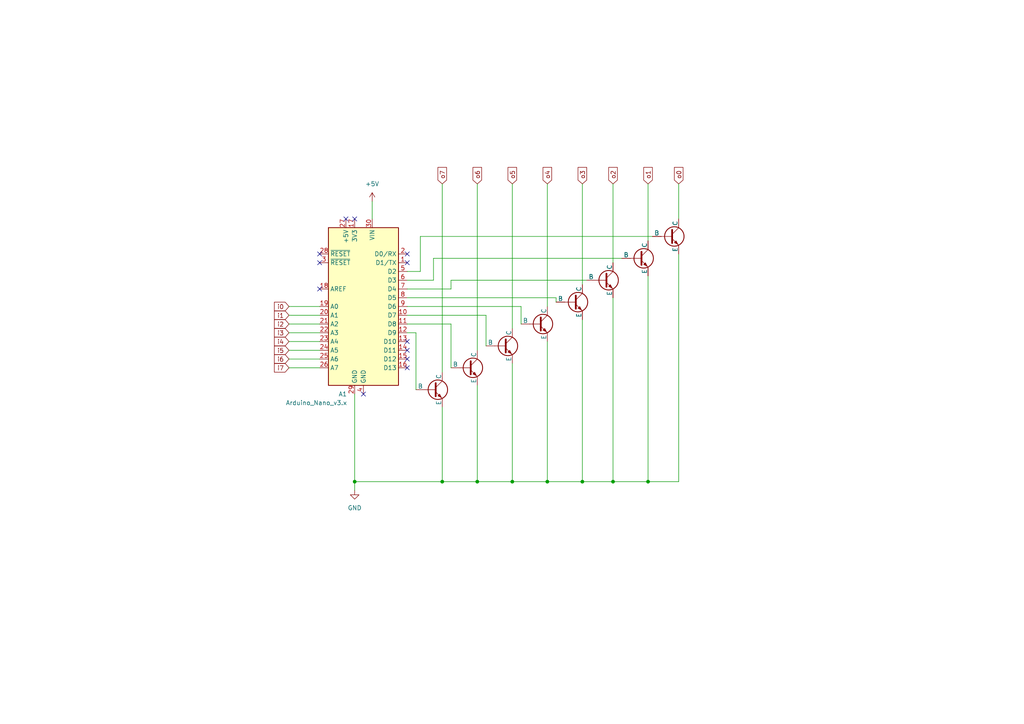
<source format=kicad_sch>
(kicad_sch (version 20231120) (generator "eeschema") (generator_version "8.0")
  (paper "A4")
  (title_block (title "Brother ML100 keyboard emulator") (date "2024-05-01") (rev "1") (comment 3 "Licensed under CC BY-SA 4.0: <https://creativecommons.org/licenses/by-sa/4.0/>") (comment 4 "Copyright (C) 2024 Ethan Cheng <ethan@nijika.org>"))
  (lib_symbols
    (symbol "MCU_Module:Arduino_Nano_v3.x"
      (property "Reference" "A" (at -10.16 23.495 0))
      (property "Value" "Arduino_Nano_v3.x" (at 5.08 -24.13 0))
      (symbol "Arduino_Nano_v3.x_0_1"
        (rectangle (start -10.16 22.86) (end 10.16 -22.86) (stroke (width 0.254)) (fill (type background)))
      )
      (symbol "Arduino_Nano_v3.x_1_1"
        (pin bidirectional line (at -12.7 12.7 0) (length 2.54) (name "D1/TX") (number "1"))
        (pin bidirectional line (at -12.7 -2.54 0) (length 2.54) (name "D7") (number "10"))
        (pin bidirectional line (at -12.7 -5.08 0) (length 2.54) (name "D8") (number "11"))
        (pin bidirectional line (at -12.7 -7.62 0) (length 2.54) (name "D9") (number "12"))
        (pin bidirectional line (at -12.7 -10.16 0) (length 2.54) (name "D10") (number "13"))
        (pin bidirectional line (at -12.7 -12.7 0) (length 2.54) (name "D11") (number "14"))
        (pin bidirectional line (at -12.7 -15.24 0) (length 2.54) (name "D12") (number "15"))
        (pin bidirectional line (at -12.7 -17.78 0) (length 2.54) (name "D13") (number "16"))
        (pin power_out line (at 2.54 25.4 270) (length 2.54) (name "3V3") (number "17"))
        (pin input line (at 12.7 5.08 180) (length 2.54) (name "AREF") (number "18"))
        (pin bidirectional line (at 12.7 0 180) (length 2.54) (name "A0") (number "19"))
        (pin bidirectional line (at -12.7 15.24 0) (length 2.54) (name "D0/RX") (number "2"))
        (pin bidirectional line (at 12.7 -2.54 180) (length 2.54) (name "A1") (number "20"))
        (pin bidirectional line (at 12.7 -5.08 180) (length 2.54) (name "A2") (number "21"))
        (pin bidirectional line (at 12.7 -7.62 180) (length 2.54) (name "A3") (number "22"))
        (pin bidirectional line (at 12.7 -10.16 180) (length 2.54) (name "A4") (number "23"))
        (pin bidirectional line (at 12.7 -12.7 180) (length 2.54) (name "A5") (number "24"))
        (pin bidirectional line (at 12.7 -15.24 180) (length 2.54) (name "A6") (number "25"))
        (pin bidirectional line (at 12.7 -17.78 180) (length 2.54) (name "A7") (number "26"))
        (pin power_out line (at 5.08 25.4 270) (length 2.54) (name "+5V") (number "27"))
        (pin input line (at 12.7 15.24 180) (length 2.54) (name "~{RESET}") (number "28"))
        (pin power_in line (at 2.54 -25.4 90) (length 2.54) (name "GND") (number "29"))
        (pin input line (at 12.7 12.7 180) (length 2.54) (name "~{RESET}") (number "3"))
        (pin power_in line (at -2.54 25.4 270) (length 2.54) (name "VIN") (number "30"))
        (pin power_in line (at 0 -25.4 90) (length 2.54) (name "GND") (number "4"))
        (pin bidirectional line (at -12.7 10.16 0) (length 2.54) (name "D2") (number "5"))
        (pin bidirectional line (at -12.7 7.62 0) (length 2.54) (name "D3") (number "6"))
        (pin bidirectional line (at -12.7 5.08 0) (length 2.54) (name "D4") (number "7"))
        (pin bidirectional line (at -12.7 2.54 0) (length 2.54) (name "D5") (number "8"))
        (pin bidirectional line (at -12.7 0 0) (length 2.54) (name "D6") (number "9"))
      )
    )
    (symbol "Simulation_SPICE:NPN" (pin_numbers hide) (pin_names (offset 0))
      (property "Reference" "Q" (at -2.54 7.62 0))
      (property "Value" "NPN" (at -2.54 5.08 0))
      (symbol "NPN_0_1"
        (polyline (pts (xy -2.54 0) (xy 0.635 0)) (stroke (width 0.1524)))
        (polyline (pts (xy 0.635 0.635) (xy 2.54 2.54)))
        (polyline (pts (xy 2.794 -1.27) (xy 2.794 -1.27)) (stroke (width 0.1524)))
        (polyline (pts (xy 2.794 -1.27) (xy 2.794 -1.27)) (stroke (width 0.1524)))
        (polyline (pts (xy 0.635 -0.635) (xy 2.54 -2.54) (xy 2.54 -2.54)))
        (polyline (pts (xy 0.635 1.905) (xy 0.635 -1.905) (xy 0.635 -1.905)) (stroke (width 0.508)))
        (polyline (pts (xy 1.27 -1.778) (xy 1.778 -1.27) (xy 2.286 -2.286) (xy 1.27 -1.778) (xy 1.27 -1.778)) (fill (type outline)))
        (circle (center 1.27 0) (radius 2.8194) (stroke (width 0.254)))
      )
      (symbol "NPN_1_1"
        (pin open_collector line (at 2.54 5.08 270) (length 2.54) (name "C") (number "1"))
        (pin input line (at -5.08 0 0) (length 2.54) (name "B") (number "2"))
        (pin open_emitter line (at 2.54 -5.08 90) (length 2.54) (name "E") (number "3"))
      )
    )
    (symbol "power:+5V" (power) (pin_numbers hide) (pin_names (offset 0) hide)
      (property "Value" "+5V" (at 0 3.556 0))
      (symbol "+5V_0_1"
        (polyline (pts (xy -0.762 1.27) (xy 0 2.54)))
        (polyline (pts (xy 0 0) (xy 0 2.54)))
        (polyline (pts (xy 0 2.54) (xy 0.762 1.27)))
      )
      (symbol "+5V_1_1"
        (pin power_in line (at 0 0 90) (length 0) (name "~") (number "1"))
      )
    )
    (symbol "power:GND" (power) (pin_numbers hide) (pin_names (offset 0) hide)
      (property "Value" "GND" (at 0 -3.81 0))
      (symbol "GND_0_1"
        (polyline (pts (xy 0 0) (xy 0 -1.27) (xy 1.27 -1.27) (xy 0 -2.54) (xy -1.27 -1.27) (xy 0 -1.27)))
      )
      (symbol "GND_1_1"
        (pin power_in line (at 0 0 270) (length 0) (name "~") (number "1"))
      )
    )
  )
  (junction (at 128.27 139.7))
  (junction (at 168.91 139.7))
  (junction (at 148.59 139.7))
  (junction (at 177.8 139.7))
  (junction (at 158.75 139.7))
  (junction (at 138.43 139.7))
  (junction (at 187.96 139.7))
  (junction (at 102.87 139.7))
  (no_connect (at 92.71 76.2))
  (no_connect (at 118.11 76.2))
  (no_connect (at 118.11 101.6))
  (no_connect (at 118.11 106.68))
  (no_connect (at 105.41 114.3))
  (no_connect (at 92.71 83.82))
  (no_connect (at 118.11 99.06))
  (no_connect (at 118.11 73.66))
  (no_connect (at 92.71 73.66))
  (no_connect (at 100.33 63.5))
  (no_connect (at 118.11 104.14))
  (no_connect (at 102.87 63.5))
  (wire (pts (xy 83.82 88.9) (xy 92.71 88.9)))
  (wire (pts (xy 168.91 92.71) (xy 168.91 139.7)))
  (wire (pts (xy 83.82 93.98) (xy 92.71 93.98)))
  (wire (pts (xy 196.85 139.7) (xy 187.96 139.7)))
  (wire (pts (xy 148.59 53.34) (xy 148.59 95.25)))
  (wire (pts (xy 177.8 139.7) (xy 168.91 139.7)))
  (wire (pts (xy 121.92 78.74) (xy 121.92 68.58)))
  (wire (pts (xy 121.92 68.58) (xy 189.23 68.58)))
  (wire (pts (xy 187.96 80.01) (xy 187.96 139.7)))
  (wire (pts (xy 118.11 81.28) (xy 125.73 81.28)))
  (wire (pts (xy 138.43 111.76) (xy 138.43 139.7)))
  (wire (pts (xy 83.82 99.06) (xy 92.71 99.06)))
  (wire (pts (xy 83.82 96.52) (xy 92.71 96.52)))
  (wire (pts (xy 125.73 81.28) (xy 125.73 74.93)))
  (wire (pts (xy 138.43 139.7) (xy 148.59 139.7)))
  (wire (pts (xy 128.27 53.34) (xy 128.27 107.95)))
  (wire (pts (xy 168.91 139.7) (xy 158.75 139.7)))
  (wire (pts (xy 83.82 91.44) (xy 92.71 91.44)))
  (wire (pts (xy 187.96 53.34) (xy 187.96 69.85)))
  (wire (pts (xy 118.11 83.82) (xy 130.81 83.82)))
  (wire (pts (xy 125.73 74.93) (xy 180.34 74.93)))
  (wire (pts (xy 83.82 101.6) (xy 92.71 101.6)))
  (wire (pts (xy 102.87 114.3) (xy 102.87 139.7)))
  (wire (pts (xy 128.27 139.7) (xy 138.43 139.7)))
  (wire (pts (xy 196.85 53.34) (xy 196.85 63.5)))
  (wire (pts (xy 138.43 53.34) (xy 138.43 101.6)))
  (wire (pts (xy 158.75 53.34) (xy 158.75 88.9)))
  (wire (pts (xy 102.87 139.7) (xy 102.87 142.24)))
  (wire (pts (xy 83.82 106.68) (xy 92.71 106.68)))
  (wire (pts (xy 120.65 96.52) (xy 120.65 113.03)))
  (wire (pts (xy 177.8 53.34) (xy 177.8 76.2)))
  (wire (pts (xy 168.91 53.34) (xy 168.91 82.55)))
  (wire (pts (xy 102.87 139.7) (xy 128.27 139.7)))
  (wire (pts (xy 128.27 118.11) (xy 128.27 139.7)))
  (wire (pts (xy 148.59 105.41) (xy 148.59 139.7)))
  (wire (pts (xy 158.75 139.7) (xy 148.59 139.7)))
  (wire (pts (xy 177.8 86.36) (xy 177.8 139.7)))
  (wire (pts (xy 130.81 81.28) (xy 170.18 81.28)))
  (wire (pts (xy 118.11 86.36) (xy 161.29 86.36)))
  (wire (pts (xy 118.11 78.74) (xy 121.92 78.74)))
  (wire (pts (xy 83.82 104.14) (xy 92.71 104.14)))
  (wire (pts (xy 151.13 88.9) (xy 151.13 93.98)))
  (wire (pts (xy 118.11 96.52) (xy 120.65 96.52)))
  (wire (pts (xy 118.11 88.9) (xy 151.13 88.9)))
  (wire (pts (xy 130.81 93.98) (xy 130.81 106.68)))
  (wire (pts (xy 118.11 93.98) (xy 130.81 93.98)))
  (wire (pts (xy 118.11 91.44) (xy 140.97 91.44)))
  (wire (pts (xy 196.85 73.66) (xy 196.85 139.7)))
  (wire (pts (xy 158.75 99.06) (xy 158.75 139.7)))
  (wire (pts (xy 187.96 139.7) (xy 177.8 139.7)))
  (wire (pts (xy 140.97 91.44) (xy 140.97 100.33)))
  (wire (pts (xy 107.95 58.42) (xy 107.95 63.5)))
  (wire (pts (xy 130.81 83.82) (xy 130.81 81.28)))
  (wire (pts (xy 161.29 86.36) (xy 161.29 87.63)))
  (global_label "o3" (shape input) (at 168.91 53.34 90) (property "Intersheetrefs" "${INTERSHEET_REFS}" (effects (hide yes))))
  (global_label "i3" (shape input) (at 83.82 96.52 180) (property "Intersheetrefs" "${INTERSHEET_REFS}" (effects (hide yes))))
  (global_label "o0" (shape input) (at 196.85 53.34 90) (property "Intersheetrefs" "${INTERSHEET_REFS}" (effects (hide yes))))
  (global_label "i2" (shape input) (at 83.82 93.98 180) (property "Intersheetrefs" "${INTERSHEET_REFS}" (effects (hide yes))))
  (global_label "o2" (shape input) (at 177.8 53.34 90) (property "Intersheetrefs" "${INTERSHEET_REFS}" (effects (hide yes))))
  (global_label "i4" (shape input) (at 83.82 99.06 180) (property "Intersheetrefs" "${INTERSHEET_REFS}" (effects (hide yes))))
  (global_label "i1" (shape input) (at 83.82 91.44 180) (property "Intersheetrefs" "${INTERSHEET_REFS}" (effects (hide yes))))
  (global_label "o7" (shape input) (at 128.27 53.34 90) (property "Intersheetrefs" "${INTERSHEET_REFS}" (effects (hide yes))))
  (global_label "i7" (shape input) (at 83.82 106.68 180) (property "Intersheetrefs" "${INTERSHEET_REFS}" (effects (hide yes))))
  (global_label "o5" (shape input) (at 148.59 53.34 90) (property "Intersheetrefs" "${INTERSHEET_REFS}" (effects (hide yes))))
  (global_label "o6" (shape input) (at 138.43 53.34 90) (property "Intersheetrefs" "${INTERSHEET_REFS}" (effects (hide yes))))
  (global_label "o1" (shape input) (at 187.96 53.34 90) (property "Intersheetrefs" "${INTERSHEET_REFS}" (effects (hide yes))))
  (global_label "o4" (shape input) (at 158.75 53.34 90) (property "Intersheetrefs" "${INTERSHEET_REFS}" (effects (hide yes))))
  (global_label "i5" (shape input) (at 83.82 101.6 180) (property "Intersheetrefs" "${INTERSHEET_REFS}" (effects (hide yes))))
  (global_label "i0" (shape input) (at 83.82 88.9 180) (property "Intersheetrefs" "${INTERSHEET_REFS}" (effects (hide yes))))
  (global_label "i6" (shape input) (at 83.82 104.14 180) (property "Intersheetrefs" "${INTERSHEET_REFS}" (effects (hide yes))))
  (symbol (lib_id "Simulation_SPICE:NPN") (at 135.89 106.68 0) (unit 1)
    (property "Reference" "Q7" (effects (hide yes)))
    (property "Value" "NPN" (effects (hide yes)))
    (property "Datasheet" "https://ngspice.sourceforge.io/docs/ngspice-html-manual/manual.xhtml#cha_BJTs" (effects (hide yes)))
    (property "Description" "Bipolar transistor symbol for simulation only, substrate tied to the emitter" (effects (hide yes)))
    (property "Sim.Device" "NPN" (effects (hide yes)))
    (property "Sim.Type" "GUMMELPOON" (effects (hide yes)))
    (property "Sim.Pins" "1=C 2=B 3=E" (effects (hide yes)))
  )
  (symbol (lib_id "MCU_Module:Arduino_Nano_v3.x") (at 105.41 88.9 0) (mirror y) (unit 1)
    (property "Reference" "A1" (at 100.6759 114.3 0) (effects (justify left)))
    (property "Value" "Arduino_Nano_v3.x" (at 100.6759 116.84 0) (effects (justify left)))
    (property "Footprint" "Module:Arduino_Nano" (effects (hide yes)))
    (property "Datasheet" "http://www.mouser.com/pdfdocs/Gravitech_Arduino_Nano3_0.pdf" (effects (hide yes)))
    (property "Description" "Arduino Nano v3.x" (effects (hide yes)))
  )
  (symbol (lib_id "Simulation_SPICE:NPN") (at 166.37 87.63 0) (unit 1)
    (property "Reference" "Q4" (effects (hide yes)))
    (property "Value" "NPN" (effects (hide yes)))
    (property "Datasheet" "https://ngspice.sourceforge.io/docs/ngspice-html-manual/manual.xhtml#cha_BJTs" (effects (hide yes)))
    (property "Description" "Bipolar transistor symbol for simulation only, substrate tied to the emitter" (effects (hide yes)))
    (property "Sim.Device" "NPN" (effects (hide yes)))
    (property "Sim.Type" "GUMMELPOON" (effects (hide yes)))
    (property "Sim.Pins" "1=C 2=B 3=E" (effects (hide yes)))
  )
  (symbol (lib_id "Simulation_SPICE:NPN") (at 146.05 100.33 0) (unit 1)
    (property "Reference" "Q6" (effects (hide yes)))
    (property "Value" "NPN" (effects (hide yes)))
    (property "Datasheet" "https://ngspice.sourceforge.io/docs/ngspice-html-manual/manual.xhtml#cha_BJTs" (effects (hide yes)))
    (property "Description" "Bipolar transistor symbol for simulation only, substrate tied to the emitter" (effects (hide yes)))
    (property "Sim.Device" "NPN" (effects (hide yes)))
    (property "Sim.Type" "GUMMELPOON" (effects (hide yes)))
    (property "Sim.Pins" "1=C 2=B 3=E" (effects (hide yes)))
  )
  (symbol (lib_id "Simulation_SPICE:NPN") (at 125.73 113.03 0) (unit 1)
    (property "Reference" "Q8" (effects (hide yes)))
    (property "Value" "NPN" (effects (hide yes)))
    (property "Datasheet" "https://ngspice.sourceforge.io/docs/ngspice-html-manual/manual.xhtml#cha_BJTs" (effects (hide yes)))
    (property "Description" "Bipolar transistor symbol for simulation only, substrate tied to the emitter" (effects (hide yes)))
    (property "Sim.Device" "NPN" (effects (hide yes)))
    (property "Sim.Type" "GUMMELPOON" (effects (hide yes)))
    (property "Sim.Pins" "1=C 2=B 3=E" (effects (hide yes)))
  )
  (symbol (lib_id "Simulation_SPICE:NPN") (at 194.31 68.58 0) (unit 1)
    (property "Reference" "Q2" (effects (hide yes)))
    (property "Value" "NPN" (effects (hide yes)))
    (property "Datasheet" "https://ngspice.sourceforge.io/docs/ngspice-html-manual/manual.xhtml#cha_BJTs" (effects (hide yes)))
    (property "Description" "Bipolar transistor symbol for simulation only, substrate tied to the emitter" (effects (hide yes)))
    (property "Sim.Device" "NPN" (effects (hide yes)))
    (property "Sim.Type" "GUMMELPOON" (effects (hide yes)))
    (property "Sim.Pins" "1=C 2=B 3=E" (effects (hide yes)))
  )
  (symbol (lib_id "Simulation_SPICE:NPN") (at 185.42 74.93 0) (unit 1)
    (property "Reference" "Q1" (effects (hide yes)))
    (property "Value" "NPN" (effects (hide yes)))
    (property "Datasheet" "https://ngspice.sourceforge.io/docs/ngspice-html-manual/manual.xhtml#cha_BJTs" (effects (hide yes)))
    (property "Description" "Bipolar transistor symbol for simulation only, substrate tied to the emitter" (effects (hide yes)))
    (property "Sim.Device" "NPN" (effects (hide yes)))
    (property "Sim.Type" "GUMMELPOON" (effects (hide yes)))
    (property "Sim.Pins" "1=C 2=B 3=E" (effects (hide yes)))
  )
  (symbol (lib_id "Simulation_SPICE:NPN") (at 156.21 93.98 0) (unit 1)
    (property "Reference" "Q5" (effects (hide yes)))
    (property "Value" "NPN" (effects (hide yes)))
    (property "Datasheet" "https://ngspice.sourceforge.io/docs/ngspice-html-manual/manual.xhtml#cha_BJTs" (effects (hide yes)))
    (property "Description" "Bipolar transistor symbol for simulation only, substrate tied to the emitter" (effects (hide yes)))
    (property "Sim.Device" "NPN" (effects (hide yes)))
    (property "Sim.Type" "GUMMELPOON" (effects (hide yes)))
    (property "Sim.Pins" "1=C 2=B 3=E" (effects (hide yes)))
  )
  (symbol (lib_id "power:GND") (at 102.87 142.24 0) (unit 1)
    (property "Reference" "#PWR02" (effects (hide yes)))
    (property "Value" "GND" (at 102.87 147.32 0))
    (property "Description" "Power symbol creates a global label with name \"GND\" , ground" (effects (hide yes)))
  )
  (symbol (lib_id "Simulation_SPICE:NPN") (at 175.26 81.28 0) (unit 1)
    (property "Reference" "Q3" (effects (hide yes)))
    (property "Value" "NPN" (effects (hide yes)))
    (property "Datasheet" "https://ngspice.sourceforge.io/docs/ngspice-html-manual/manual.xhtml#cha_BJTs" (effects (hide yes)))
    (property "Description" "Bipolar transistor symbol for simulation only, substrate tied to the emitter" (effects (hide yes)))
    (property "Sim.Device" "NPN" (effects (hide yes)))
    (property "Sim.Type" "GUMMELPOON" (effects (hide yes)))
    (property "Sim.Pins" "1=C 2=B 3=E" (effects (hide yes)))
  )
  (symbol (lib_id "power:+5V") (at 107.95 58.42 0) (unit 1)
    (property "Reference" "#PWR01" (effects (hide yes)))
    (property "Value" "+5V" (at 107.95 53.34 0))
    (property "Description" "Power symbol creates a global label with name \"+5V\"" (effects (hide yes)))
  )
)
</source>
